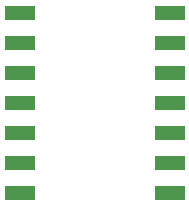
<source format=gtp>
G75*
%MOIN*%
%OFA0B0*%
%FSLAX25Y25*%
%IPPOS*%
%LPD*%
%AMOC8*
5,1,8,0,0,1.08239X$1,22.5*
%
%ADD10R,0.10000X0.05000*%
D10*
X0171800Y0091800D03*
X0171800Y0101800D03*
X0171800Y0111800D03*
X0171800Y0121800D03*
X0171800Y0131800D03*
X0171800Y0141800D03*
X0171800Y0151800D03*
X0221800Y0151800D03*
X0221800Y0141800D03*
X0221800Y0131800D03*
X0221800Y0121800D03*
X0221800Y0111800D03*
X0221800Y0101800D03*
X0221800Y0091800D03*
M02*

</source>
